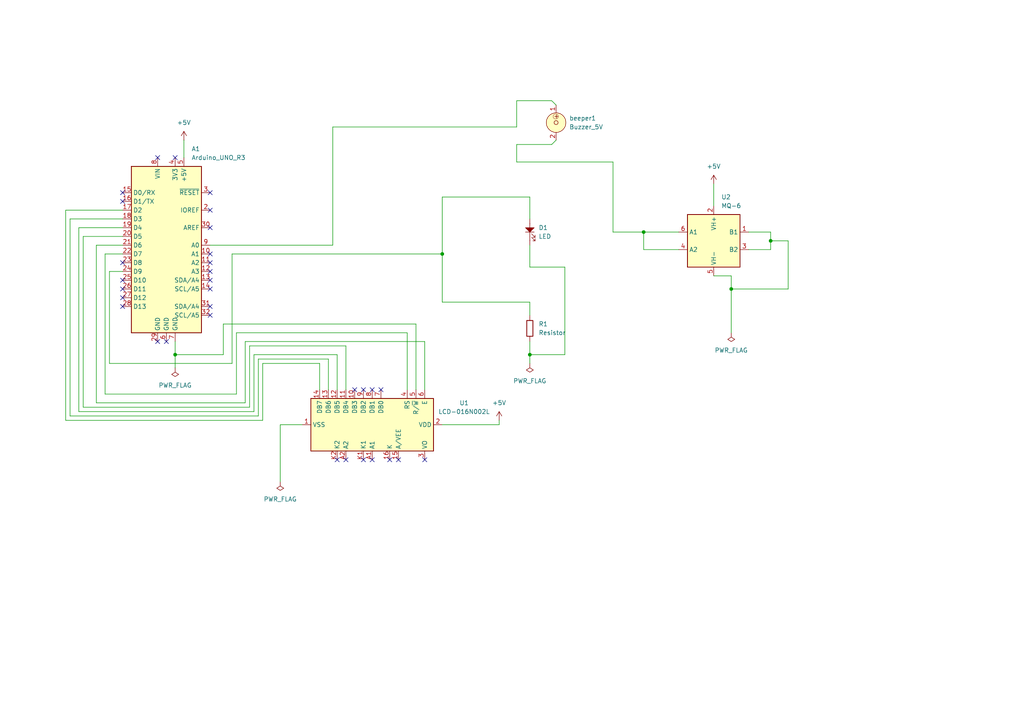
<source format=kicad_sch>
(kicad_sch
	(version 20231120)
	(generator "eeschema")
	(generator_version "8.0")
	(uuid "cbc0ee2b-28c4-4402-93f0-cf183c580e87")
	(paper "A4")
	(lib_symbols
		(symbol "Display_Character:LCD-016N002L"
			(exclude_from_sim no)
			(in_bom yes)
			(on_board yes)
			(property "Reference" "U"
				(at -6.35 18.796 0)
				(effects
					(font
						(size 1.27 1.27)
					)
				)
			)
			(property "Value" "LCD-016N002L"
				(at 8.636 18.796 0)
				(effects
					(font
						(size 1.27 1.27)
					)
				)
			)
			(property "Footprint" "Display:LCD-016N002L"
				(at 0.508 -23.368 0)
				(effects
					(font
						(size 1.27 1.27)
					)
					(hide yes)
				)
			)
			(property "Datasheet" "http://www.vishay.com/docs/37299/37299.pdf"
				(at 12.7 -7.62 0)
				(effects
					(font
						(size 1.27 1.27)
					)
					(hide yes)
				)
			)
			(property "Description" "LCD 12x2, 8 bit parallel bus, 3V or 5V VDD"
				(at 0 0 0)
				(effects
					(font
						(size 1.27 1.27)
					)
					(hide yes)
				)
			)
			(property "ki_keywords" "display LCD dot-matrix"
				(at 0 0 0)
				(effects
					(font
						(size 1.27 1.27)
					)
					(hide yes)
				)
			)
			(property "ki_fp_filters" "*LCD*016N002L*"
				(at 0 0 0)
				(effects
					(font
						(size 1.27 1.27)
					)
					(hide yes)
				)
			)
			(symbol "LCD-016N002L_1_1"
				(rectangle
					(start -7.62 17.78)
					(end 7.62 -17.78)
					(stroke
						(width 0.254)
						(type default)
					)
					(fill
						(type background)
					)
				)
				(pin power_in line
					(at 0 -20.32 90)
					(length 2.54)
					(name "VSS"
						(effects
							(font
								(size 1.27 1.27)
							)
						)
					)
					(number "1"
						(effects
							(font
								(size 1.27 1.27)
							)
						)
					)
				)
				(pin bidirectional line
					(at -10.16 -5.08 0)
					(length 2.54)
					(name "DB3"
						(effects
							(font
								(size 1.27 1.27)
							)
						)
					)
					(number "10"
						(effects
							(font
								(size 1.27 1.27)
							)
						)
					)
				)
				(pin bidirectional line
					(at -10.16 -7.62 0)
					(length 2.54)
					(name "DB4"
						(effects
							(font
								(size 1.27 1.27)
							)
						)
					)
					(number "11"
						(effects
							(font
								(size 1.27 1.27)
							)
						)
					)
				)
				(pin bidirectional line
					(at -10.16 -10.16 0)
					(length 2.54)
					(name "DB5"
						(effects
							(font
								(size 1.27 1.27)
							)
						)
					)
					(number "12"
						(effects
							(font
								(size 1.27 1.27)
							)
						)
					)
				)
				(pin bidirectional line
					(at -10.16 -12.7 0)
					(length 2.54)
					(name "DB6"
						(effects
							(font
								(size 1.27 1.27)
							)
						)
					)
					(number "13"
						(effects
							(font
								(size 1.27 1.27)
							)
						)
					)
				)
				(pin bidirectional line
					(at -10.16 -15.24 0)
					(length 2.54)
					(name "DB7"
						(effects
							(font
								(size 1.27 1.27)
							)
						)
					)
					(number "14"
						(effects
							(font
								(size 1.27 1.27)
							)
						)
					)
				)
				(pin power_in line
					(at 10.16 7.62 180)
					(length 2.54)
					(name "A/VEE"
						(effects
							(font
								(size 1.27 1.27)
							)
						)
					)
					(number "15"
						(effects
							(font
								(size 1.27 1.27)
							)
						)
					)
				)
				(pin power_in line
					(at 10.16 5.08 180)
					(length 2.54)
					(name "K"
						(effects
							(font
								(size 1.27 1.27)
							)
						)
					)
					(number "16"
						(effects
							(font
								(size 1.27 1.27)
							)
						)
					)
				)
				(pin power_in line
					(at 0 20.32 270)
					(length 2.54)
					(name "VDD"
						(effects
							(font
								(size 1.27 1.27)
							)
						)
					)
					(number "2"
						(effects
							(font
								(size 1.27 1.27)
							)
						)
					)
				)
				(pin input line
					(at 10.16 15.24 180)
					(length 2.54)
					(name "VO"
						(effects
							(font
								(size 1.27 1.27)
							)
						)
					)
					(number "3"
						(effects
							(font
								(size 1.27 1.27)
							)
						)
					)
				)
				(pin input line
					(at -10.16 10.16 0)
					(length 2.54)
					(name "RS"
						(effects
							(font
								(size 1.27 1.27)
							)
						)
					)
					(number "4"
						(effects
							(font
								(size 1.27 1.27)
							)
						)
					)
				)
				(pin input line
					(at -10.16 12.7 0)
					(length 2.54)
					(name "R/~{W}"
						(effects
							(font
								(size 1.27 1.27)
							)
						)
					)
					(number "5"
						(effects
							(font
								(size 1.27 1.27)
							)
						)
					)
				)
				(pin input line
					(at -10.16 15.24 0)
					(length 2.54)
					(name "E"
						(effects
							(font
								(size 1.27 1.27)
							)
						)
					)
					(number "6"
						(effects
							(font
								(size 1.27 1.27)
							)
						)
					)
				)
				(pin bidirectional line
					(at -10.16 2.54 0)
					(length 2.54)
					(name "DB0"
						(effects
							(font
								(size 1.27 1.27)
							)
						)
					)
					(number "7"
						(effects
							(font
								(size 1.27 1.27)
							)
						)
					)
				)
				(pin bidirectional line
					(at -10.16 0 0)
					(length 2.54)
					(name "DB1"
						(effects
							(font
								(size 1.27 1.27)
							)
						)
					)
					(number "8"
						(effects
							(font
								(size 1.27 1.27)
							)
						)
					)
				)
				(pin bidirectional line
					(at -10.16 -2.54 0)
					(length 2.54)
					(name "DB2"
						(effects
							(font
								(size 1.27 1.27)
							)
						)
					)
					(number "9"
						(effects
							(font
								(size 1.27 1.27)
							)
						)
					)
				)
				(pin power_in line
					(at 10.16 0 180)
					(length 2.54)
					(name "A1"
						(effects
							(font
								(size 1.27 1.27)
							)
						)
					)
					(number "A1"
						(effects
							(font
								(size 1.27 1.27)
							)
						)
					)
				)
				(pin power_in line
					(at 10.16 -7.62 180)
					(length 2.54)
					(name "A2"
						(effects
							(font
								(size 1.27 1.27)
							)
						)
					)
					(number "A2"
						(effects
							(font
								(size 1.27 1.27)
							)
						)
					)
				)
				(pin power_in line
					(at 10.16 -2.54 180)
					(length 2.54)
					(name "K1"
						(effects
							(font
								(size 1.27 1.27)
							)
						)
					)
					(number "K1"
						(effects
							(font
								(size 1.27 1.27)
							)
						)
					)
				)
				(pin power_in line
					(at 10.16 -10.16 180)
					(length 2.54)
					(name "K2"
						(effects
							(font
								(size 1.27 1.27)
							)
						)
					)
					(number "K2"
						(effects
							(font
								(size 1.27 1.27)
							)
						)
					)
				)
			)
		)
		(symbol "MCU_Module:Arduino_UNO_R3"
			(exclude_from_sim no)
			(in_bom yes)
			(on_board yes)
			(property "Reference" "A"
				(at -10.16 23.495 0)
				(effects
					(font
						(size 1.27 1.27)
					)
					(justify left bottom)
				)
			)
			(property "Value" "Arduino_UNO_R3"
				(at 5.08 -26.67 0)
				(effects
					(font
						(size 1.27 1.27)
					)
					(justify left top)
				)
			)
			(property "Footprint" "Module:Arduino_UNO_R3"
				(at 0 0 0)
				(effects
					(font
						(size 1.27 1.27)
						(italic yes)
					)
					(hide yes)
				)
			)
			(property "Datasheet" "https://www.arduino.cc/en/Main/arduinoBoardUno"
				(at 0 0 0)
				(effects
					(font
						(size 1.27 1.27)
					)
					(hide yes)
				)
			)
			(property "Description" "Arduino UNO Microcontroller Module, release 3"
				(at 0 0 0)
				(effects
					(font
						(size 1.27 1.27)
					)
					(hide yes)
				)
			)
			(property "ki_keywords" "Arduino UNO R3 Microcontroller Module Atmel AVR USB"
				(at 0 0 0)
				(effects
					(font
						(size 1.27 1.27)
					)
					(hide yes)
				)
			)
			(property "ki_fp_filters" "Arduino*UNO*R3*"
				(at 0 0 0)
				(effects
					(font
						(size 1.27 1.27)
					)
					(hide yes)
				)
			)
			(symbol "Arduino_UNO_R3_0_1"
				(rectangle
					(start -10.16 22.86)
					(end 10.16 -25.4)
					(stroke
						(width 0.254)
						(type default)
					)
					(fill
						(type background)
					)
				)
			)
			(symbol "Arduino_UNO_R3_1_1"
				(pin no_connect line
					(at -10.16 -20.32 0)
					(length 2.54) hide
					(name "NC"
						(effects
							(font
								(size 1.27 1.27)
							)
						)
					)
					(number "1"
						(effects
							(font
								(size 1.27 1.27)
							)
						)
					)
				)
				(pin bidirectional line
					(at 12.7 -2.54 180)
					(length 2.54)
					(name "A1"
						(effects
							(font
								(size 1.27 1.27)
							)
						)
					)
					(number "10"
						(effects
							(font
								(size 1.27 1.27)
							)
						)
					)
				)
				(pin bidirectional line
					(at 12.7 -5.08 180)
					(length 2.54)
					(name "A2"
						(effects
							(font
								(size 1.27 1.27)
							)
						)
					)
					(number "11"
						(effects
							(font
								(size 1.27 1.27)
							)
						)
					)
				)
				(pin bidirectional line
					(at 12.7 -7.62 180)
					(length 2.54)
					(name "A3"
						(effects
							(font
								(size 1.27 1.27)
							)
						)
					)
					(number "12"
						(effects
							(font
								(size 1.27 1.27)
							)
						)
					)
				)
				(pin bidirectional line
					(at 12.7 -10.16 180)
					(length 2.54)
					(name "SDA/A4"
						(effects
							(font
								(size 1.27 1.27)
							)
						)
					)
					(number "13"
						(effects
							(font
								(size 1.27 1.27)
							)
						)
					)
				)
				(pin bidirectional line
					(at 12.7 -12.7 180)
					(length 2.54)
					(name "SCL/A5"
						(effects
							(font
								(size 1.27 1.27)
							)
						)
					)
					(number "14"
						(effects
							(font
								(size 1.27 1.27)
							)
						)
					)
				)
				(pin bidirectional line
					(at -12.7 15.24 0)
					(length 2.54)
					(name "D0/RX"
						(effects
							(font
								(size 1.27 1.27)
							)
						)
					)
					(number "15"
						(effects
							(font
								(size 1.27 1.27)
							)
						)
					)
				)
				(pin bidirectional line
					(at -12.7 12.7 0)
					(length 2.54)
					(name "D1/TX"
						(effects
							(font
								(size 1.27 1.27)
							)
						)
					)
					(number "16"
						(effects
							(font
								(size 1.27 1.27)
							)
						)
					)
				)
				(pin bidirectional line
					(at -12.7 10.16 0)
					(length 2.54)
					(name "D2"
						(effects
							(font
								(size 1.27 1.27)
							)
						)
					)
					(number "17"
						(effects
							(font
								(size 1.27 1.27)
							)
						)
					)
				)
				(pin bidirectional line
					(at -12.7 7.62 0)
					(length 2.54)
					(name "D3"
						(effects
							(font
								(size 1.27 1.27)
							)
						)
					)
					(number "18"
						(effects
							(font
								(size 1.27 1.27)
							)
						)
					)
				)
				(pin bidirectional line
					(at -12.7 5.08 0)
					(length 2.54)
					(name "D4"
						(effects
							(font
								(size 1.27 1.27)
							)
						)
					)
					(number "19"
						(effects
							(font
								(size 1.27 1.27)
							)
						)
					)
				)
				(pin output line
					(at 12.7 10.16 180)
					(length 2.54)
					(name "IOREF"
						(effects
							(font
								(size 1.27 1.27)
							)
						)
					)
					(number "2"
						(effects
							(font
								(size 1.27 1.27)
							)
						)
					)
				)
				(pin bidirectional line
					(at -12.7 2.54 0)
					(length 2.54)
					(name "D5"
						(effects
							(font
								(size 1.27 1.27)
							)
						)
					)
					(number "20"
						(effects
							(font
								(size 1.27 1.27)
							)
						)
					)
				)
				(pin bidirectional line
					(at -12.7 0 0)
					(length 2.54)
					(name "D6"
						(effects
							(font
								(size 1.27 1.27)
							)
						)
					)
					(number "21"
						(effects
							(font
								(size 1.27 1.27)
							)
						)
					)
				)
				(pin bidirectional line
					(at -12.7 -2.54 0)
					(length 2.54)
					(name "D7"
						(effects
							(font
								(size 1.27 1.27)
							)
						)
					)
					(number "22"
						(effects
							(font
								(size 1.27 1.27)
							)
						)
					)
				)
				(pin bidirectional line
					(at -12.7 -5.08 0)
					(length 2.54)
					(name "D8"
						(effects
							(font
								(size 1.27 1.27)
							)
						)
					)
					(number "23"
						(effects
							(font
								(size 1.27 1.27)
							)
						)
					)
				)
				(pin bidirectional line
					(at -12.7 -7.62 0)
					(length 2.54)
					(name "D9"
						(effects
							(font
								(size 1.27 1.27)
							)
						)
					)
					(number "24"
						(effects
							(font
								(size 1.27 1.27)
							)
						)
					)
				)
				(pin bidirectional line
					(at -12.7 -10.16 0)
					(length 2.54)
					(name "D10"
						(effects
							(font
								(size 1.27 1.27)
							)
						)
					)
					(number "25"
						(effects
							(font
								(size 1.27 1.27)
							)
						)
					)
				)
				(pin bidirectional line
					(at -12.7 -12.7 0)
					(length 2.54)
					(name "D11"
						(effects
							(font
								(size 1.27 1.27)
							)
						)
					)
					(number "26"
						(effects
							(font
								(size 1.27 1.27)
							)
						)
					)
				)
				(pin bidirectional line
					(at -12.7 -15.24 0)
					(length 2.54)
					(name "D12"
						(effects
							(font
								(size 1.27 1.27)
							)
						)
					)
					(number "27"
						(effects
							(font
								(size 1.27 1.27)
							)
						)
					)
				)
				(pin bidirectional line
					(at -12.7 -17.78 0)
					(length 2.54)
					(name "D13"
						(effects
							(font
								(size 1.27 1.27)
							)
						)
					)
					(number "28"
						(effects
							(font
								(size 1.27 1.27)
							)
						)
					)
				)
				(pin power_in line
					(at -2.54 -27.94 90)
					(length 2.54)
					(name "GND"
						(effects
							(font
								(size 1.27 1.27)
							)
						)
					)
					(number "29"
						(effects
							(font
								(size 1.27 1.27)
							)
						)
					)
				)
				(pin input line
					(at 12.7 15.24 180)
					(length 2.54)
					(name "~{RESET}"
						(effects
							(font
								(size 1.27 1.27)
							)
						)
					)
					(number "3"
						(effects
							(font
								(size 1.27 1.27)
							)
						)
					)
				)
				(pin input line
					(at 12.7 5.08 180)
					(length 2.54)
					(name "AREF"
						(effects
							(font
								(size 1.27 1.27)
							)
						)
					)
					(number "30"
						(effects
							(font
								(size 1.27 1.27)
							)
						)
					)
				)
				(pin bidirectional line
					(at 12.7 -17.78 180)
					(length 2.54)
					(name "SDA/A4"
						(effects
							(font
								(size 1.27 1.27)
							)
						)
					)
					(number "31"
						(effects
							(font
								(size 1.27 1.27)
							)
						)
					)
				)
				(pin bidirectional line
					(at 12.7 -20.32 180)
					(length 2.54)
					(name "SCL/A5"
						(effects
							(font
								(size 1.27 1.27)
							)
						)
					)
					(number "32"
						(effects
							(font
								(size 1.27 1.27)
							)
						)
					)
				)
				(pin power_out line
					(at 2.54 25.4 270)
					(length 2.54)
					(name "3V3"
						(effects
							(font
								(size 1.27 1.27)
							)
						)
					)
					(number "4"
						(effects
							(font
								(size 1.27 1.27)
							)
						)
					)
				)
				(pin power_out line
					(at 5.08 25.4 270)
					(length 2.54)
					(name "+5V"
						(effects
							(font
								(size 1.27 1.27)
							)
						)
					)
					(number "5"
						(effects
							(font
								(size 1.27 1.27)
							)
						)
					)
				)
				(pin power_in line
					(at 0 -27.94 90)
					(length 2.54)
					(name "GND"
						(effects
							(font
								(size 1.27 1.27)
							)
						)
					)
					(number "6"
						(effects
							(font
								(size 1.27 1.27)
							)
						)
					)
				)
				(pin power_in line
					(at 2.54 -27.94 90)
					(length 2.54)
					(name "GND"
						(effects
							(font
								(size 1.27 1.27)
							)
						)
					)
					(number "7"
						(effects
							(font
								(size 1.27 1.27)
							)
						)
					)
				)
				(pin power_in line
					(at -2.54 25.4 270)
					(length 2.54)
					(name "VIN"
						(effects
							(font
								(size 1.27 1.27)
							)
						)
					)
					(number "8"
						(effects
							(font
								(size 1.27 1.27)
							)
						)
					)
				)
				(pin bidirectional line
					(at 12.7 0 180)
					(length 2.54)
					(name "A0"
						(effects
							(font
								(size 1.27 1.27)
							)
						)
					)
					(number "9"
						(effects
							(font
								(size 1.27 1.27)
							)
						)
					)
				)
			)
		)
		(symbol "SL_Devices:Buzzer_5V"
			(exclude_from_sim no)
			(in_bom yes)
			(on_board yes)
			(property "Reference" "BZ"
				(at 0 7.62 0)
				(effects
					(font
						(size 1.27 1.27)
					)
				)
			)
			(property "Value" "Buzzer_5V"
				(at 0 5.08 0)
				(effects
					(font
						(size 1.27 1.27)
					)
				)
			)
			(property "Footprint" "Buzzer_Beeper:MagneticBuzzer_ProSignal_ABT-410-RC"
				(at 0 10.16 0)
				(effects
					(font
						(size 1.27 1.27)
					)
					(hide yes)
				)
			)
			(property "Datasheet" ""
				(at 0 7.62 0)
				(effects
					(font
						(size 1.27 1.27)
					)
					(hide yes)
				)
			)
			(property "Description" "Buzzer 5V"
				(at 0 0 0)
				(effects
					(font
						(size 1.27 1.27)
					)
					(hide yes)
				)
			)
			(property "ki_keywords" "Buzzer Beeper"
				(at 0 0 0)
				(effects
					(font
						(size 1.27 1.27)
					)
					(hide yes)
				)
			)
			(symbol "Buzzer_5V_0_0"
				(circle
					(center -1.778 -0.127)
					(radius 0.7405)
					(stroke
						(width 0.07)
						(type default)
					)
					(fill
						(type none)
					)
				)
				(text "+"
					(at -1.778 0 0)
					(effects
						(font
							(size 1.27 1.27)
						)
					)
				)
			)
			(symbol "Buzzer_5V_0_1"
				(circle
					(center 0 0)
					(radius 0.568)
					(stroke
						(width 0)
						(type default)
					)
					(fill
						(type none)
					)
				)
				(circle
					(center 0 0)
					(radius 2.8398)
					(stroke
						(width 0)
						(type default)
					)
					(fill
						(type background)
					)
				)
			)
			(symbol "Buzzer_5V_1_1"
				(pin passive line
					(at -5.08 0 0)
					(length 2.2)
					(name ""
						(effects
							(font
								(size 1.27 1.27)
							)
						)
					)
					(number "1"
						(effects
							(font
								(size 1.27 1.27)
							)
						)
					)
				)
				(pin passive line
					(at 5.08 0 180)
					(length 2.2)
					(name ""
						(effects
							(font
								(size 1.27 1.27)
							)
						)
					)
					(number "2"
						(effects
							(font
								(size 1.27 1.27)
							)
						)
					)
				)
			)
		)
		(symbol "SL_Devices:LED"
			(exclude_from_sim no)
			(in_bom yes)
			(on_board yes)
			(property "Reference" "D"
				(at -0.508 5.334 0)
				(effects
					(font
						(size 1.27 1.27)
					)
				)
			)
			(property "Value" "LED"
				(at -0.508 2.794 0)
				(effects
					(font
						(size 1.27 1.27)
					)
				)
			)
			(property "Footprint" "LED_THT:LED_D5.0mm"
				(at -1.016 -2.794 0)
				(effects
					(font
						(size 1.27 1.27)
					)
					(hide yes)
				)
			)
			(property "Datasheet" ""
				(at -1.27 0 0)
				(effects
					(font
						(size 1.27 1.27)
					)
					(hide yes)
				)
			)
			(property "Description" "Common 5mm diameter LED"
				(at 0 0 0)
				(effects
					(font
						(size 1.27 1.27)
					)
					(hide yes)
				)
			)
			(property "ki_keywords" "LED 5mm"
				(at 0 0 0)
				(effects
					(font
						(size 1.27 1.27)
					)
					(hide yes)
				)
			)
			(property "ki_fp_filters" "LED_D5.0mm_Clear LED_D5.0mm_Horizontal_O1.27mm_Z3.0mm LED_D5.0mm_Horizontal_O3.81mm_Z3.0mm LED_D5.0mm_Horizontal_O6.35mm_Z3.0mm"
				(at 0 0 0)
				(effects
					(font
						(size 1.27 1.27)
					)
					(hide yes)
				)
			)
			(symbol "LED_0_1"
				(polyline
					(pts
						(xy -1.27 0) (xy -2.54 0)
					)
					(stroke
						(width 0)
						(type default)
					)
					(fill
						(type none)
					)
				)
				(polyline
					(pts
						(xy 0 1.27) (xy 0 -1.27)
					)
					(stroke
						(width 0)
						(type default)
					)
					(fill
						(type none)
					)
				)
				(polyline
					(pts
						(xy 0.508 0.508) (xy 1.524 1.524)
					)
					(stroke
						(width 0)
						(type default)
					)
					(fill
						(type none)
					)
				)
				(polyline
					(pts
						(xy 1.27 0) (xy 2.54 0)
					)
					(stroke
						(width 0)
						(type default)
					)
					(fill
						(type none)
					)
				)
				(polyline
					(pts
						(xy 1.524 0.508) (xy 2.54 1.524)
					)
					(stroke
						(width 0)
						(type default)
					)
					(fill
						(type none)
					)
				)
				(polyline
					(pts
						(xy 1.524 1.524) (xy 0.889 1.524)
					)
					(stroke
						(width 0)
						(type default)
					)
					(fill
						(type none)
					)
				)
				(polyline
					(pts
						(xy 1.524 1.524) (xy 1.524 0.889)
					)
					(stroke
						(width 0)
						(type default)
					)
					(fill
						(type none)
					)
				)
				(polyline
					(pts
						(xy 2.54 1.524) (xy 1.905 1.524)
					)
					(stroke
						(width 0)
						(type default)
					)
					(fill
						(type none)
					)
				)
				(polyline
					(pts
						(xy 2.54 1.524) (xy 2.54 0.889)
					)
					(stroke
						(width 0)
						(type default)
					)
					(fill
						(type none)
					)
				)
				(polyline
					(pts
						(xy 0 0) (xy -1.27 -1.27) (xy -1.27 1.27) (xy 0 0) (xy 1.27 0)
					)
					(stroke
						(width 0)
						(type default)
					)
					(fill
						(type outline)
					)
				)
			)
			(symbol "LED_1_1"
				(pin passive line
					(at 3.81 0 180)
					(length 1.5)
					(name "~"
						(effects
							(font
								(size 1.27 1.27)
							)
						)
					)
					(number "1"
						(effects
							(font
								(size 0 0)
							)
						)
					)
				)
				(pin passive line
					(at -3.81 0 0)
					(length 1.5)
					(name ""
						(effects
							(font
								(size 1.27 1.27)
							)
						)
					)
					(number "2"
						(effects
							(font
								(size 0 0)
							)
						)
					)
				)
			)
		)
		(symbol "SL_Resistors:Resistor"
			(exclude_from_sim no)
			(in_bom yes)
			(on_board yes)
			(property "Reference" "R"
				(at 0 5.08 0)
				(effects
					(font
						(size 1.27 1.27)
					)
				)
			)
			(property "Value" "Resistor"
				(at 0 2.54 0)
				(effects
					(font
						(size 1.27 1.27)
					)
				)
			)
			(property "Footprint" "Resistor_THT:R_Axial_DIN0207_L6.3mm_D2.5mm_P10.16mm_Horizontal"
				(at 0.889 -4.318 0)
				(effects
					(font
						(size 1.27 1.27)
					)
					(hide yes)
				)
			)
			(property "Datasheet" ""
				(at 0.508 0 0)
				(effects
					(font
						(size 1.27 1.27)
					)
					(hide yes)
				)
			)
			(property "Description" "1/4W Resistor"
				(at 0 0 0)
				(effects
					(font
						(size 1.27 1.27)
					)
					(hide yes)
				)
			)
			(property "ki_keywords" "Resistor"
				(at 0 0 0)
				(effects
					(font
						(size 1.27 1.27)
					)
					(hide yes)
				)
			)
			(property "ki_fp_filters" "Resistor_THT:R_Axial_DIN0207_L6.3mm_D2.5mm*"
				(at 0 0 0)
				(effects
					(font
						(size 1.27 1.27)
					)
					(hide yes)
				)
			)
			(symbol "Resistor_0_1"
				(rectangle
					(start -2.286 0.889)
					(end 2.286 -0.889)
					(stroke
						(width 0.24)
						(type default)
					)
					(fill
						(type none)
					)
				)
			)
			(symbol "Resistor_1_1"
				(pin passive line
					(at -3.81 0 0)
					(length 1.5)
					(name ""
						(effects
							(font
								(size 1.27 1.27)
							)
						)
					)
					(number "1"
						(effects
							(font
								(size 0 0)
							)
						)
					)
				)
				(pin passive line
					(at 3.81 0 180)
					(length 1.5)
					(name "~"
						(effects
							(font
								(size 1.27 1.27)
							)
						)
					)
					(number "2"
						(effects
							(font
								(size 0 0)
							)
						)
					)
				)
			)
		)
		(symbol "Sensor_Gas:MQ-6"
			(exclude_from_sim no)
			(in_bom yes)
			(on_board yes)
			(property "Reference" "U"
				(at -6.35 8.89 0)
				(effects
					(font
						(size 1.27 1.27)
					)
				)
			)
			(property "Value" "MQ-6"
				(at 3.81 8.89 0)
				(effects
					(font
						(size 1.27 1.27)
					)
				)
			)
			(property "Footprint" "Sensor:MQ-6"
				(at 1.27 -11.43 0)
				(effects
					(font
						(size 1.27 1.27)
					)
					(hide yes)
				)
			)
			(property "Datasheet" "https://www.winsen-sensor.com/d/files/semiconductor/mq-6.pdf"
				(at 0 6.35 0)
				(effects
					(font
						(size 1.27 1.27)
					)
					(hide yes)
				)
			)
			(property "Description" "Semiconductor Sensor for Flammable Gas"
				(at 0 0 0)
				(effects
					(font
						(size 1.27 1.27)
					)
					(hide yes)
				)
			)
			(property "ki_keywords" "flammable gas sensor LPG"
				(at 0 0 0)
				(effects
					(font
						(size 1.27 1.27)
					)
					(hide yes)
				)
			)
			(property "ki_fp_filters" "*MQ*6*"
				(at 0 0 0)
				(effects
					(font
						(size 1.27 1.27)
					)
					(hide yes)
				)
			)
			(symbol "MQ-6_0_1"
				(rectangle
					(start -7.62 7.62)
					(end 7.62 -7.62)
					(stroke
						(width 0.254)
						(type default)
					)
					(fill
						(type background)
					)
				)
			)
			(symbol "MQ-6_1_1"
				(pin passive line
					(at 10.16 2.54 180)
					(length 2.54)
					(name "B1"
						(effects
							(font
								(size 1.27 1.27)
							)
						)
					)
					(number "1"
						(effects
							(font
								(size 1.27 1.27)
							)
						)
					)
				)
				(pin power_in line
					(at 0 10.16 270)
					(length 2.54)
					(name "VH+"
						(effects
							(font
								(size 1.27 1.27)
							)
						)
					)
					(number "2"
						(effects
							(font
								(size 1.27 1.27)
							)
						)
					)
				)
				(pin passive line
					(at 10.16 -2.54 180)
					(length 2.54)
					(name "B2"
						(effects
							(font
								(size 1.27 1.27)
							)
						)
					)
					(number "3"
						(effects
							(font
								(size 1.27 1.27)
							)
						)
					)
				)
				(pin passive line
					(at -10.16 -2.54 0)
					(length 2.54)
					(name "A2"
						(effects
							(font
								(size 1.27 1.27)
							)
						)
					)
					(number "4"
						(effects
							(font
								(size 1.27 1.27)
							)
						)
					)
				)
				(pin power_in line
					(at 0 -10.16 90)
					(length 2.54)
					(name "VH-"
						(effects
							(font
								(size 1.27 1.27)
							)
						)
					)
					(number "5"
						(effects
							(font
								(size 1.27 1.27)
							)
						)
					)
				)
				(pin passive line
					(at -10.16 2.54 0)
					(length 2.54)
					(name "A1"
						(effects
							(font
								(size 1.27 1.27)
							)
						)
					)
					(number "6"
						(effects
							(font
								(size 1.27 1.27)
							)
						)
					)
				)
			)
		)
		(symbol "power:+5V"
			(power)
			(pin_numbers hide)
			(pin_names
				(offset 0) hide)
			(exclude_from_sim no)
			(in_bom yes)
			(on_board yes)
			(property "Reference" "#PWR"
				(at 0 -3.81 0)
				(effects
					(font
						(size 1.27 1.27)
					)
					(hide yes)
				)
			)
			(property "Value" "+5V"
				(at 0 3.556 0)
				(effects
					(font
						(size 1.27 1.27)
					)
				)
			)
			(property "Footprint" ""
				(at 0 0 0)
				(effects
					(font
						(size 1.27 1.27)
					)
					(hide yes)
				)
			)
			(property "Datasheet" ""
				(at 0 0 0)
				(effects
					(font
						(size 1.27 1.27)
					)
					(hide yes)
				)
			)
			(property "Description" "Power symbol creates a global label with name \"+5V\""
				(at 0 0 0)
				(effects
					(font
						(size 1.27 1.27)
					)
					(hide yes)
				)
			)
			(property "ki_keywords" "global power"
				(at 0 0 0)
				(effects
					(font
						(size 1.27 1.27)
					)
					(hide yes)
				)
			)
			(symbol "+5V_0_1"
				(polyline
					(pts
						(xy -0.762 1.27) (xy 0 2.54)
					)
					(stroke
						(width 0)
						(type default)
					)
					(fill
						(type none)
					)
				)
				(polyline
					(pts
						(xy 0 0) (xy 0 2.54)
					)
					(stroke
						(width 0)
						(type default)
					)
					(fill
						(type none)
					)
				)
				(polyline
					(pts
						(xy 0 2.54) (xy 0.762 1.27)
					)
					(stroke
						(width 0)
						(type default)
					)
					(fill
						(type none)
					)
				)
			)
			(symbol "+5V_1_1"
				(pin power_in line
					(at 0 0 90)
					(length 0)
					(name "~"
						(effects
							(font
								(size 1.27 1.27)
							)
						)
					)
					(number "1"
						(effects
							(font
								(size 1.27 1.27)
							)
						)
					)
				)
			)
		)
		(symbol "power:PWR_FLAG"
			(power)
			(pin_numbers hide)
			(pin_names
				(offset 0) hide)
			(exclude_from_sim no)
			(in_bom yes)
			(on_board yes)
			(property "Reference" "#FLG"
				(at 0 1.905 0)
				(effects
					(font
						(size 1.27 1.27)
					)
					(hide yes)
				)
			)
			(property "Value" "PWR_FLAG"
				(at 0 3.81 0)
				(effects
					(font
						(size 1.27 1.27)
					)
				)
			)
			(property "Footprint" ""
				(at 0 0 0)
				(effects
					(font
						(size 1.27 1.27)
					)
					(hide yes)
				)
			)
			(property "Datasheet" "~"
				(at 0 0 0)
				(effects
					(font
						(size 1.27 1.27)
					)
					(hide yes)
				)
			)
			(property "Description" "Special symbol for telling ERC where power comes from"
				(at 0 0 0)
				(effects
					(font
						(size 1.27 1.27)
					)
					(hide yes)
				)
			)
			(property "ki_keywords" "flag power"
				(at 0 0 0)
				(effects
					(font
						(size 1.27 1.27)
					)
					(hide yes)
				)
			)
			(symbol "PWR_FLAG_0_0"
				(pin power_out line
					(at 0 0 90)
					(length 0)
					(name "~"
						(effects
							(font
								(size 1.27 1.27)
							)
						)
					)
					(number "1"
						(effects
							(font
								(size 1.27 1.27)
							)
						)
					)
				)
			)
			(symbol "PWR_FLAG_0_1"
				(polyline
					(pts
						(xy 0 0) (xy 0 1.27) (xy -1.016 1.905) (xy 0 2.54) (xy 1.016 1.905) (xy 0 1.27)
					)
					(stroke
						(width 0)
						(type default)
					)
					(fill
						(type none)
					)
				)
			)
		)
	)
	(junction
		(at 186.69 67.31)
		(diameter 0)
		(color 0 0 0 0)
		(uuid "06c2107f-d349-433e-a07e-91f44050def3")
	)
	(junction
		(at 50.8 102.87)
		(diameter 0)
		(color 0 0 0 0)
		(uuid "0c020e02-d67f-42fc-94b3-e5ae7edbdf2e")
	)
	(junction
		(at 153.67 102.87)
		(diameter 0)
		(color 0 0 0 0)
		(uuid "60cb7ff0-cc58-442d-8839-05ccc502d0c5")
	)
	(junction
		(at 212.09 83.82)
		(diameter 0)
		(color 0 0 0 0)
		(uuid "8cd088a4-4869-4ddc-ab36-b3473d8c99b4")
	)
	(junction
		(at 223.52 69.85)
		(diameter 0)
		(color 0 0 0 0)
		(uuid "e6b81221-9a1c-4687-a10c-dd5783b1e212")
	)
	(junction
		(at 128.27 73.66)
		(diameter 0)
		(color 0 0 0 0)
		(uuid "f032a40d-1ad0-477b-a77d-cb8ffb069cef")
	)
	(no_connect
		(at 35.56 76.2)
		(uuid "01a1d67e-2348-40e4-9d69-192d9350b46c")
	)
	(no_connect
		(at 107.95 133.35)
		(uuid "10392152-0519-4bb6-9751-357b8fa8fbb7")
	)
	(no_connect
		(at 105.41 133.35)
		(uuid "127fb333-1346-49a3-952a-a98b159e5ca9")
	)
	(no_connect
		(at 60.96 83.82)
		(uuid "1c599235-4e8d-4abb-8c1f-f27a50cc48b1")
	)
	(no_connect
		(at 107.95 113.03)
		(uuid "220472ab-44a1-4ad4-8b12-0e4dd227fd44")
	)
	(no_connect
		(at 113.03 133.35)
		(uuid "26ceb51a-f3dd-4f8a-bc8f-570569a55ecd")
	)
	(no_connect
		(at 60.96 81.28)
		(uuid "2885fb3b-e2d1-40ac-b89e-74c25837310a")
	)
	(no_connect
		(at 115.57 133.35)
		(uuid "2ed37676-442f-4fa0-aa86-41088aa52877")
	)
	(no_connect
		(at 48.26 99.06)
		(uuid "31d9cacc-bf78-4214-9dfc-1e396def5598")
	)
	(no_connect
		(at 35.56 88.9)
		(uuid "383e5740-afee-4789-ae41-af5ab14b024a")
	)
	(no_connect
		(at 97.79 133.35)
		(uuid "47cc2575-e72b-4083-a61b-5d2fb1360820")
	)
	(no_connect
		(at 100.33 133.35)
		(uuid "4c884d8d-533a-45db-a93b-f7d6e5675db3")
	)
	(no_connect
		(at 35.56 58.42)
		(uuid "596845ec-78f2-4b8d-aa5a-8dbe3a0f366f")
	)
	(no_connect
		(at 50.8 45.72)
		(uuid "5f69c70b-0349-4633-9eb8-65262d0944b9")
	)
	(no_connect
		(at 60.96 88.9)
		(uuid "6006da33-7bd8-4fd4-be3c-4636411b8fc4")
	)
	(no_connect
		(at 60.96 55.88)
		(uuid "62d4242f-f475-45a3-92e2-47ee5fd85d4c")
	)
	(no_connect
		(at 35.56 83.82)
		(uuid "664bb6e0-be1f-4507-81db-2cb7c00c4d9b")
	)
	(no_connect
		(at 35.56 86.36)
		(uuid "6732c8eb-3175-47ae-b165-868f1423a711")
	)
	(no_connect
		(at 60.96 76.2)
		(uuid "7b79167e-e00a-475c-b458-51f0888bab2d")
	)
	(no_connect
		(at 60.96 91.44)
		(uuid "809cd072-d9e1-4728-8524-dbe32dad81e7")
	)
	(no_connect
		(at 60.96 60.96)
		(uuid "833294f8-cf7d-40f2-9033-826825443bd0")
	)
	(no_connect
		(at 105.41 113.03)
		(uuid "965a221c-20d2-4c95-b5ee-7e47cefc99f4")
	)
	(no_connect
		(at 60.96 78.74)
		(uuid "9760bcfd-1f90-4e30-88aa-359392b408d5")
	)
	(no_connect
		(at 60.96 66.04)
		(uuid "a5e5e7e3-6122-4236-b67e-75dc7277cfa5")
	)
	(no_connect
		(at 45.72 99.06)
		(uuid "aac7e9ec-deb9-4480-a2e4-84ede2b7292c")
	)
	(no_connect
		(at 45.72 45.72)
		(uuid "b2d2753b-727f-4a04-b3e3-266074026dc7")
	)
	(no_connect
		(at 110.49 113.03)
		(uuid "c35dd2cb-69c9-4c09-ba5e-a638534c03dd")
	)
	(no_connect
		(at 35.56 81.28)
		(uuid "cb1f1174-eb3b-49f1-9192-dfa3afb0f639")
	)
	(no_connect
		(at 102.87 113.03)
		(uuid "cdcf22ad-34c9-453b-aa68-fd40fe50aabd")
	)
	(no_connect
		(at 35.56 55.88)
		(uuid "e2c3970d-7aa8-4447-9e3f-22e4442f2d63")
	)
	(no_connect
		(at 123.19 133.35)
		(uuid "ff1c4335-43f9-48b3-bb09-98c206aea04f")
	)
	(no_connect
		(at 60.96 73.66)
		(uuid "ff27b2db-8188-4b77-b6f2-18f733e8ceea")
	)
	(wire
		(pts
			(xy 118.11 96.52) (xy 118.11 113.03)
		)
		(stroke
			(width 0)
			(type default)
		)
		(uuid "03dd211b-44a9-46f5-8beb-8d0def614fde")
	)
	(wire
		(pts
			(xy 223.52 69.85) (xy 223.52 72.39)
		)
		(stroke
			(width 0)
			(type default)
		)
		(uuid "041747fb-fa0b-4dc6-b051-1b3536894768")
	)
	(wire
		(pts
			(xy 149.86 46.99) (xy 177.8 46.99)
		)
		(stroke
			(width 0)
			(type default)
		)
		(uuid "0660c8a5-e7de-42bf-9c43-5a067be08f07")
	)
	(wire
		(pts
			(xy 19.05 121.92) (xy 76.2 121.92)
		)
		(stroke
			(width 0)
			(type default)
		)
		(uuid "097f1e9c-5292-4472-99e7-2e6e14ed71e8")
	)
	(wire
		(pts
			(xy 68.58 96.52) (xy 68.58 114.3)
		)
		(stroke
			(width 0)
			(type default)
		)
		(uuid "1247fe82-985e-4ba1-ab72-b006b69d2bca")
	)
	(wire
		(pts
			(xy 177.8 67.31) (xy 186.69 67.31)
		)
		(stroke
			(width 0)
			(type default)
		)
		(uuid "1285ded8-cf2f-40bc-8e08-a543863d2ba8")
	)
	(wire
		(pts
			(xy 128.27 73.66) (xy 128.27 87.63)
		)
		(stroke
			(width 0)
			(type default)
		)
		(uuid "13a167d2-3532-4e63-9cc1-7d77d2272d48")
	)
	(wire
		(pts
			(xy 212.09 83.82) (xy 212.09 96.52)
		)
		(stroke
			(width 0)
			(type default)
		)
		(uuid "19f33b77-0969-46f2-8454-4911edcaac57")
	)
	(wire
		(pts
			(xy 128.27 123.19) (xy 144.78 123.19)
		)
		(stroke
			(width 0)
			(type default)
		)
		(uuid "1e078509-e6db-47de-80e6-56378507c766")
	)
	(wire
		(pts
			(xy 22.86 66.04) (xy 35.56 66.04)
		)
		(stroke
			(width 0)
			(type default)
		)
		(uuid "2014d416-ad52-4e2b-8cf7-752a5412bbfb")
	)
	(wire
		(pts
			(xy 22.86 66.04) (xy 22.86 119.38)
		)
		(stroke
			(width 0)
			(type default)
		)
		(uuid "209773cd-9b5e-4853-8d43-97bccbb5dace")
	)
	(wire
		(pts
			(xy 149.86 41.91) (xy 160.02 41.91)
		)
		(stroke
			(width 0)
			(type default)
		)
		(uuid "20a169f5-d39d-4b3a-9d72-1fac33bbf7ff")
	)
	(wire
		(pts
			(xy 212.09 83.82) (xy 228.6 83.82)
		)
		(stroke
			(width 0)
			(type default)
		)
		(uuid "21ecab78-4a23-47ef-b1e1-5f3ed16a5c8d")
	)
	(wire
		(pts
			(xy 217.17 72.39) (xy 223.52 72.39)
		)
		(stroke
			(width 0)
			(type default)
		)
		(uuid "220c7d44-67e5-4fd9-a583-94785e615fe2")
	)
	(wire
		(pts
			(xy 207.01 80.01) (xy 212.09 80.01)
		)
		(stroke
			(width 0)
			(type default)
		)
		(uuid "259df000-3664-4f2d-ae19-a1d3a6bb66c5")
	)
	(wire
		(pts
			(xy 24.13 118.11) (xy 72.39 118.11)
		)
		(stroke
			(width 0)
			(type default)
		)
		(uuid "2aefcb69-5b48-48b0-a67c-6957648d5054")
	)
	(wire
		(pts
			(xy 31.75 105.41) (xy 67.31 105.41)
		)
		(stroke
			(width 0)
			(type default)
		)
		(uuid "32c2f89b-4c8d-4f1d-b703-ab291a122d19")
	)
	(wire
		(pts
			(xy 149.86 29.21) (xy 160.02 29.21)
		)
		(stroke
			(width 0)
			(type default)
		)
		(uuid "3421d28c-2854-4689-b4d9-4a486d44746b")
	)
	(wire
		(pts
			(xy 22.86 119.38) (xy 73.66 119.38)
		)
		(stroke
			(width 0)
			(type default)
		)
		(uuid "355083b0-13f5-4a68-980e-29c212734a4c")
	)
	(wire
		(pts
			(xy 31.75 78.74) (xy 31.75 105.41)
		)
		(stroke
			(width 0)
			(type default)
		)
		(uuid "3c6593f9-81c6-4403-b743-183036df081c")
	)
	(wire
		(pts
			(xy 153.67 102.87) (xy 153.67 99.06)
		)
		(stroke
			(width 0)
			(type default)
		)
		(uuid "3fec2e32-5ee5-4637-ad84-a5f8f3abc43d")
	)
	(wire
		(pts
			(xy 19.05 60.96) (xy 35.56 60.96)
		)
		(stroke
			(width 0)
			(type default)
		)
		(uuid "420ff894-1ce3-4d96-bc12-dd6aab0a667a")
	)
	(wire
		(pts
			(xy 153.67 105.41) (xy 153.67 102.87)
		)
		(stroke
			(width 0)
			(type default)
		)
		(uuid "4511522a-f940-4a70-ad8f-0d07dab59d74")
	)
	(wire
		(pts
			(xy 120.65 93.98) (xy 120.65 113.03)
		)
		(stroke
			(width 0)
			(type default)
		)
		(uuid "453a789a-bb3a-4752-8c7d-0e6a21b457bd")
	)
	(wire
		(pts
			(xy 186.69 67.31) (xy 196.85 67.31)
		)
		(stroke
			(width 0)
			(type default)
		)
		(uuid "46b3c0a7-b07a-49d8-999b-bd0027b6ea26")
	)
	(wire
		(pts
			(xy 71.12 99.06) (xy 123.19 99.06)
		)
		(stroke
			(width 0)
			(type default)
		)
		(uuid "4c4d277f-5c53-44aa-918d-7a79307fc45f")
	)
	(wire
		(pts
			(xy 123.19 99.06) (xy 123.19 113.03)
		)
		(stroke
			(width 0)
			(type default)
		)
		(uuid "4d900f37-b370-4004-816e-132f20399b13")
	)
	(wire
		(pts
			(xy 163.83 77.47) (xy 163.83 102.87)
		)
		(stroke
			(width 0)
			(type default)
		)
		(uuid "4df1c4d8-3951-43af-83e2-2238392c37d3")
	)
	(wire
		(pts
			(xy 149.86 29.21) (xy 149.86 36.83)
		)
		(stroke
			(width 0)
			(type default)
		)
		(uuid "4e9deefe-1bd1-4da5-895e-fb98ef4b43e2")
	)
	(wire
		(pts
			(xy 27.94 71.12) (xy 27.94 116.84)
		)
		(stroke
			(width 0)
			(type default)
		)
		(uuid "4f1b3a35-7fdc-40d0-99c3-504c6685389c")
	)
	(wire
		(pts
			(xy 223.52 67.31) (xy 223.52 69.85)
		)
		(stroke
			(width 0)
			(type default)
		)
		(uuid "4fbe4dc8-1a1b-4317-8e6d-b3efd371e15f")
	)
	(wire
		(pts
			(xy 30.48 73.66) (xy 30.48 114.3)
		)
		(stroke
			(width 0)
			(type default)
		)
		(uuid "508a0998-0d4c-4825-ad40-3c76ffed8ac3")
	)
	(wire
		(pts
			(xy 149.86 36.83) (xy 96.52 36.83)
		)
		(stroke
			(width 0)
			(type default)
		)
		(uuid "5b02c577-55d6-424e-b206-aab3bd04f06d")
	)
	(wire
		(pts
			(xy 100.33 100.33) (xy 100.33 113.03)
		)
		(stroke
			(width 0)
			(type default)
		)
		(uuid "5c834ac2-0753-466d-8913-1783921b7fce")
	)
	(wire
		(pts
			(xy 74.93 104.14) (xy 74.93 120.65)
		)
		(stroke
			(width 0)
			(type default)
		)
		(uuid "5c9cb1ac-2870-45e3-92ce-b6b786394267")
	)
	(wire
		(pts
			(xy 27.94 71.12) (xy 35.56 71.12)
		)
		(stroke
			(width 0)
			(type default)
		)
		(uuid "5cc310a5-9e4b-46b6-906e-f184bd0d72e0")
	)
	(wire
		(pts
			(xy 20.32 120.65) (xy 74.93 120.65)
		)
		(stroke
			(width 0)
			(type default)
		)
		(uuid "62712a45-146f-4e9e-9b4c-3ad68d3b8e6e")
	)
	(wire
		(pts
			(xy 24.13 68.58) (xy 35.56 68.58)
		)
		(stroke
			(width 0)
			(type default)
		)
		(uuid "675c6254-8c86-4cee-93f2-8b5ff51451ba")
	)
	(wire
		(pts
			(xy 153.67 77.47) (xy 163.83 77.47)
		)
		(stroke
			(width 0)
			(type default)
		)
		(uuid "6c5c108d-d508-4d26-9016-db8b82621c49")
	)
	(wire
		(pts
			(xy 30.48 114.3) (xy 68.58 114.3)
		)
		(stroke
			(width 0)
			(type default)
		)
		(uuid "74ad6f31-08ee-4dae-816b-5923953f69f6")
	)
	(wire
		(pts
			(xy 186.69 72.39) (xy 196.85 72.39)
		)
		(stroke
			(width 0)
			(type default)
		)
		(uuid "77b78c78-9834-4671-83a0-fad8aa77a259")
	)
	(wire
		(pts
			(xy 217.17 67.31) (xy 223.52 67.31)
		)
		(stroke
			(width 0)
			(type default)
		)
		(uuid "786d5366-a3ee-429b-a2d2-5e627e2c3cb1")
	)
	(wire
		(pts
			(xy 24.13 68.58) (xy 24.13 118.11)
		)
		(stroke
			(width 0)
			(type default)
		)
		(uuid "78c229f7-5d65-48f0-af96-a76707c5e803")
	)
	(wire
		(pts
			(xy 81.28 123.19) (xy 81.28 139.7)
		)
		(stroke
			(width 0)
			(type default)
		)
		(uuid "7947f8b0-889e-4f79-b7e7-28c943c50bfe")
	)
	(wire
		(pts
			(xy 153.67 102.87) (xy 163.83 102.87)
		)
		(stroke
			(width 0)
			(type default)
		)
		(uuid "7bbd0f7a-9764-4e26-9772-ae7e72ad5d06")
	)
	(wire
		(pts
			(xy 153.67 57.15) (xy 153.67 63.5)
		)
		(stroke
			(width 0)
			(type default)
		)
		(uuid "81e0af6c-a54d-4e08-abfc-0210cebe2203")
	)
	(wire
		(pts
			(xy 20.32 63.5) (xy 20.32 120.65)
		)
		(stroke
			(width 0)
			(type default)
		)
		(uuid "81e43ffd-8383-4e76-b68d-c5123ad72321")
	)
	(wire
		(pts
			(xy 212.09 80.01) (xy 212.09 83.82)
		)
		(stroke
			(width 0)
			(type default)
		)
		(uuid "83eeedde-95f0-45fe-b550-3448d7c8f2db")
	)
	(wire
		(pts
			(xy 228.6 69.85) (xy 228.6 83.82)
		)
		(stroke
			(width 0)
			(type default)
		)
		(uuid "8613f6ed-34f6-497b-9586-2977f9fd6f32")
	)
	(wire
		(pts
			(xy 144.78 121.92) (xy 144.78 123.19)
		)
		(stroke
			(width 0)
			(type default)
		)
		(uuid "8adc6012-2884-46ff-bb92-a3b7ae9a98b9")
	)
	(wire
		(pts
			(xy 96.52 36.83) (xy 96.52 71.12)
		)
		(stroke
			(width 0)
			(type default)
		)
		(uuid "8f7455b3-770e-4775-8df2-4f3e1c225a6c")
	)
	(wire
		(pts
			(xy 223.52 69.85) (xy 228.6 69.85)
		)
		(stroke
			(width 0)
			(type default)
		)
		(uuid "916626db-c851-4b52-941e-526b2f4329cc")
	)
	(wire
		(pts
			(xy 186.69 67.31) (xy 186.69 72.39)
		)
		(stroke
			(width 0)
			(type default)
		)
		(uuid "92dd5d0c-dbe2-4158-8967-bd72eb71ff02")
	)
	(wire
		(pts
			(xy 68.58 96.52) (xy 118.11 96.52)
		)
		(stroke
			(width 0)
			(type default)
		)
		(uuid "93e38018-5009-4a35-8361-9f4d23254a85")
	)
	(wire
		(pts
			(xy 31.75 78.74) (xy 35.56 78.74)
		)
		(stroke
			(width 0)
			(type default)
		)
		(uuid "96246156-3de1-4c85-a29a-041c59e6bdca")
	)
	(wire
		(pts
			(xy 160.02 29.21) (xy 161.29 30.48)
		)
		(stroke
			(width 0)
			(type default)
		)
		(uuid "99df18a4-b67e-48a1-9602-cedeb6265e3c")
	)
	(wire
		(pts
			(xy 27.94 116.84) (xy 71.12 116.84)
		)
		(stroke
			(width 0)
			(type default)
		)
		(uuid "9dcfdc26-f472-4056-af2a-0d95c357a76a")
	)
	(wire
		(pts
			(xy 60.96 71.12) (xy 96.52 71.12)
		)
		(stroke
			(width 0)
			(type default)
		)
		(uuid "9fc0073b-1f8a-41e3-b6b8-28bd2eca29af")
	)
	(wire
		(pts
			(xy 160.02 41.91) (xy 161.29 40.64)
		)
		(stroke
			(width 0)
			(type default)
		)
		(uuid "a20aa14b-a4c4-42d5-872d-4d872d7ffe0b")
	)
	(wire
		(pts
			(xy 64.77 93.98) (xy 120.65 93.98)
		)
		(stroke
			(width 0)
			(type default)
		)
		(uuid "a3176563-e035-4280-8b5e-da717c550778")
	)
	(wire
		(pts
			(xy 19.05 60.96) (xy 19.05 121.92)
		)
		(stroke
			(width 0)
			(type default)
		)
		(uuid "a395b799-3f8c-46f0-be60-bbb324d26f28")
	)
	(wire
		(pts
			(xy 30.48 73.66) (xy 35.56 73.66)
		)
		(stroke
			(width 0)
			(type default)
		)
		(uuid "aaa1c118-7b02-4006-8b3b-1f6f17325b3d")
	)
	(wire
		(pts
			(xy 50.8 102.87) (xy 50.8 106.68)
		)
		(stroke
			(width 0)
			(type default)
		)
		(uuid "b082886e-a7cc-43ab-834e-1a628716997d")
	)
	(wire
		(pts
			(xy 177.8 46.99) (xy 177.8 67.31)
		)
		(stroke
			(width 0)
			(type default)
		)
		(uuid "b4c8096a-8ffa-4347-8d7c-f77ebe29c68b")
	)
	(wire
		(pts
			(xy 149.86 41.91) (xy 149.86 46.99)
		)
		(stroke
			(width 0)
			(type default)
		)
		(uuid "baed5f50-949f-4a58-b94d-b660f2e9fadf")
	)
	(wire
		(pts
			(xy 128.27 57.15) (xy 153.67 57.15)
		)
		(stroke
			(width 0)
			(type default)
		)
		(uuid "c4a6eec4-aa19-4af0-bd10-79efa3f467df")
	)
	(wire
		(pts
			(xy 95.25 104.14) (xy 95.25 113.03)
		)
		(stroke
			(width 0)
			(type default)
		)
		(uuid "c5da6126-88ec-493b-b000-4c84a756dcb0")
	)
	(wire
		(pts
			(xy 72.39 100.33) (xy 72.39 118.11)
		)
		(stroke
			(width 0)
			(type default)
		)
		(uuid "c6812d98-91d9-4c51-a13f-b8a692327601")
	)
	(wire
		(pts
			(xy 67.31 73.66) (xy 128.27 73.66)
		)
		(stroke
			(width 0)
			(type default)
		)
		(uuid "c6ffebaf-6111-4f7a-b7e6-79104d6ecd8f")
	)
	(wire
		(pts
			(xy 81.28 123.19) (xy 87.63 123.19)
		)
		(stroke
			(width 0)
			(type default)
		)
		(uuid "d0c59f03-28a2-4ef1-8ce4-2c130d3b2700")
	)
	(wire
		(pts
			(xy 92.71 105.41) (xy 92.71 113.03)
		)
		(stroke
			(width 0)
			(type default)
		)
		(uuid "d43fc8fe-89f4-4b9e-bf3c-0d8409fae55c")
	)
	(wire
		(pts
			(xy 64.77 93.98) (xy 64.77 102.87)
		)
		(stroke
			(width 0)
			(type default)
		)
		(uuid "d7db654c-39bc-47c1-b103-da372581acdb")
	)
	(wire
		(pts
			(xy 53.34 40.64) (xy 53.34 45.72)
		)
		(stroke
			(width 0)
			(type default)
		)
		(uuid "d8e537eb-7ef0-452b-906b-7543d8f4a30c")
	)
	(wire
		(pts
			(xy 73.66 102.87) (xy 97.79 102.87)
		)
		(stroke
			(width 0)
			(type default)
		)
		(uuid "dc6bc40e-4c84-4120-8e2f-6c314e8f0f6f")
	)
	(wire
		(pts
			(xy 153.67 71.12) (xy 153.67 77.47)
		)
		(stroke
			(width 0)
			(type default)
		)
		(uuid "e0e764e9-029a-4629-affb-08afef15ff9a")
	)
	(wire
		(pts
			(xy 207.01 53.34) (xy 207.01 59.69)
		)
		(stroke
			(width 0)
			(type default)
		)
		(uuid "e1f342f0-e114-4f55-b213-fdf269fb1c13")
	)
	(wire
		(pts
			(xy 50.8 99.06) (xy 50.8 102.87)
		)
		(stroke
			(width 0)
			(type default)
		)
		(uuid "e23ce9ef-0333-427f-bdba-8c19134b49e6")
	)
	(wire
		(pts
			(xy 128.27 57.15) (xy 128.27 73.66)
		)
		(stroke
			(width 0)
			(type default)
		)
		(uuid "e2bf0af8-6162-4682-9bb0-eafdb63e21c3")
	)
	(wire
		(pts
			(xy 76.2 105.41) (xy 76.2 121.92)
		)
		(stroke
			(width 0)
			(type default)
		)
		(uuid "e5e25d94-ff29-4adf-b86d-aa3f07ad039f")
	)
	(wire
		(pts
			(xy 76.2 105.41) (xy 92.71 105.41)
		)
		(stroke
			(width 0)
			(type default)
		)
		(uuid "e89e49f3-f361-4122-8bea-7238adeba912")
	)
	(wire
		(pts
			(xy 20.32 63.5) (xy 35.56 63.5)
		)
		(stroke
			(width 0)
			(type default)
		)
		(uuid "ea3ef034-8155-491c-a91c-4c9ae1b6f4bf")
	)
	(wire
		(pts
			(xy 74.93 104.14) (xy 95.25 104.14)
		)
		(stroke
			(width 0)
			(type default)
		)
		(uuid "edac8af3-9d9d-4c31-9754-f0a8875b560b")
	)
	(wire
		(pts
			(xy 153.67 87.63) (xy 153.67 91.44)
		)
		(stroke
			(width 0)
			(type default)
		)
		(uuid "ee3bf4fa-d034-4a24-a775-878f6a157692")
	)
	(wire
		(pts
			(xy 71.12 99.06) (xy 71.12 116.84)
		)
		(stroke
			(width 0)
			(type default)
		)
		(uuid "ef15d24d-ad18-4f4e-8831-63d8e5e50ffa")
	)
	(wire
		(pts
			(xy 73.66 102.87) (xy 73.66 119.38)
		)
		(stroke
			(width 0)
			(type default)
		)
		(uuid "efbc632f-6f04-4f0a-a885-2096aff45bc7")
	)
	(wire
		(pts
			(xy 128.27 87.63) (xy 153.67 87.63)
		)
		(stroke
			(width 0)
			(type default)
		)
		(uuid "f0833537-28ef-4f2c-aa71-72e83ac644b4")
	)
	(wire
		(pts
			(xy 72.39 100.33) (xy 100.33 100.33)
		)
		(stroke
			(width 0)
			(type default)
		)
		(uuid "f162e5bf-4b16-43a8-919c-1686a6ac69c9")
	)
	(wire
		(pts
			(xy 97.79 102.87) (xy 97.79 113.03)
		)
		(stroke
			(width 0)
			(type default)
		)
		(uuid "f62e0917-6ba9-4807-9790-0629efad26b9")
	)
	(wire
		(pts
			(xy 67.31 73.66) (xy 67.31 105.41)
		)
		(stroke
			(width 0)
			(type default)
		)
		(uuid "fb6fc64d-17ca-43cf-89a7-11c3dd234fa7")
	)
	(wire
		(pts
			(xy 50.8 102.87) (xy 64.77 102.87)
		)
		(stroke
			(width 0)
			(type default)
		)
		(uuid "fc0b8c8a-e0c7-46ae-801b-f1b93468069c")
	)
	(symbol
		(lib_id "power:+5V")
		(at 207.01 53.34 0)
		(unit 1)
		(exclude_from_sim no)
		(in_bom yes)
		(on_board yes)
		(dnp no)
		(fields_autoplaced yes)
		(uuid "0683b6dc-3892-4bc9-88fd-71cd612106b1")
		(property "Reference" "#PWR07"
			(at 207.01 57.15 0)
			(effects
				(font
					(size 1.27 1.27)
				)
				(hide yes)
			)
		)
		(property "Value" "+5V"
			(at 207.01 48.26 0)
			(effects
				(font
					(size 1.27 1.27)
				)
			)
		)
		(property "Footprint" ""
			(at 207.01 53.34 0)
			(effects
				(font
					(size 1.27 1.27)
				)
				(hide yes)
			)
		)
		(property "Datasheet" ""
			(at 207.01 53.34 0)
			(effects
				(font
					(size 1.27 1.27)
				)
				(hide yes)
			)
		)
		(property "Description" "Power symbol creates a global label with name \"+5V\""
			(at 207.01 53.34 0)
			(effects
				(font
					(size 1.27 1.27)
				)
				(hide yes)
			)
		)
		(pin "1"
			(uuid "1e3b2dec-f394-44e4-8156-d296b512b74c")
		)
		(instances
			(project ""
				(path "/cbc0ee2b-28c4-4402-93f0-cf183c580e87"
					(reference "#PWR07")
					(unit 1)
				)
			)
		)
	)
	(symbol
		(lib_id "power:PWR_FLAG")
		(at 50.8 106.68 180)
		(unit 1)
		(exclude_from_sim no)
		(in_bom yes)
		(on_board yes)
		(dnp no)
		(fields_autoplaced yes)
		(uuid "0a385e0c-fdd9-411b-a2da-ca184e2b4fc3")
		(property "Reference" "#FLG01"
			(at 50.8 108.585 0)
			(effects
				(font
					(size 1.27 1.27)
				)
				(hide yes)
			)
		)
		(property "Value" "PWR_FLAG"
			(at 50.8 111.76 0)
			(effects
				(font
					(size 1.27 1.27)
				)
			)
		)
		(property "Footprint" ""
			(at 50.8 106.68 0)
			(effects
				(font
					(size 1.27 1.27)
				)
				(hide yes)
			)
		)
		(property "Datasheet" "~"
			(at 50.8 106.68 0)
			(effects
				(font
					(size 1.27 1.27)
				)
				(hide yes)
			)
		)
		(property "Description" "Special symbol for telling ERC where power comes from"
			(at 50.8 106.68 0)
			(effects
				(font
					(size 1.27 1.27)
				)
				(hide yes)
			)
		)
		(pin "1"
			(uuid "5c6dd088-386a-4bab-a503-615bb7623880")
		)
		(instances
			(project ""
				(path "/cbc0ee2b-28c4-4402-93f0-cf183c580e87"
					(reference "#FLG01")
					(unit 1)
				)
			)
		)
	)
	(symbol
		(lib_id "Sensor_Gas:MQ-6")
		(at 207.01 69.85 0)
		(unit 1)
		(exclude_from_sim no)
		(in_bom yes)
		(on_board yes)
		(dnp no)
		(fields_autoplaced yes)
		(uuid "16ee149a-056d-4a6f-98ce-460d37f3e4fb")
		(property "Reference" "U2"
			(at 209.2041 57.15 0)
			(effects
				(font
					(size 1.27 1.27)
				)
				(justify left)
			)
		)
		(property "Value" "MQ-6"
			(at 209.2041 59.69 0)
			(effects
				(font
					(size 1.27 1.27)
				)
				(justify left)
			)
		)
		(property "Footprint" "Sensor:MQ-6"
			(at 208.28 81.28 0)
			(effects
				(font
					(size 1.27 1.27)
				)
				(hide yes)
			)
		)
		(property "Datasheet" "https://www.winsen-sensor.com/d/files/semiconductor/mq-6.pdf"
			(at 207.01 63.5 0)
			(effects
				(font
					(size 1.27 1.27)
				)
				(hide yes)
			)
		)
		(property "Description" "Semiconductor Sensor for Flammable Gas"
			(at 207.01 69.85 0)
			(effects
				(font
					(size 1.27 1.27)
				)
				(hide yes)
			)
		)
		(pin "1"
			(uuid "7abfef97-9831-469b-9132-8537d70c44d4")
		)
		(pin "4"
			(uuid "856491aa-b6b2-4c79-b4bd-ab3a6f69fc74")
		)
		(pin "6"
			(uuid "6bec964f-530c-41d7-ba96-072514a50498")
		)
		(pin "3"
			(uuid "ccea82d9-944e-470c-ad4a-6b633ea14e60")
		)
		(pin "2"
			(uuid "a1ca1b9c-4d3c-43af-a04e-6e6f9d356d17")
		)
		(pin "5"
			(uuid "db1de8c9-7801-4b8c-9454-6cd013e6fa4b")
		)
		(instances
			(project ""
				(path "/cbc0ee2b-28c4-4402-93f0-cf183c580e87"
					(reference "U2")
					(unit 1)
				)
			)
		)
	)
	(symbol
		(lib_id "power:PWR_FLAG")
		(at 81.28 139.7 180)
		(unit 1)
		(exclude_from_sim no)
		(in_bom yes)
		(on_board yes)
		(dnp no)
		(fields_autoplaced yes)
		(uuid "295b94fc-9259-4864-af1b-7649df2e3751")
		(property "Reference" "#FLG02"
			(at 81.28 141.605 0)
			(effects
				(font
					(size 1.27 1.27)
				)
				(hide yes)
			)
		)
		(property "Value" "PWR_FLAG"
			(at 81.28 144.78 0)
			(effects
				(font
					(size 1.27 1.27)
				)
			)
		)
		(property "Footprint" ""
			(at 81.28 139.7 0)
			(effects
				(font
					(size 1.27 1.27)
				)
				(hide yes)
			)
		)
		(property "Datasheet" "~"
			(at 81.28 139.7 0)
			(effects
				(font
					(size 1.27 1.27)
				)
				(hide yes)
			)
		)
		(property "Description" "Special symbol for telling ERC where power comes from"
			(at 81.28 139.7 0)
			(effects
				(font
					(size 1.27 1.27)
				)
				(hide yes)
			)
		)
		(pin "1"
			(uuid "ab116c22-83d7-49b4-8f92-e6641bee78d5")
		)
		(instances
			(project ""
				(path "/cbc0ee2b-28c4-4402-93f0-cf183c580e87"
					(reference "#FLG02")
					(unit 1)
				)
			)
		)
	)
	(symbol
		(lib_id "power:+5V")
		(at 144.78 121.92 0)
		(unit 1)
		(exclude_from_sim no)
		(in_bom yes)
		(on_board yes)
		(dnp no)
		(fields_autoplaced yes)
		(uuid "3506516c-df68-4fae-a0d2-ae6ae5d3bac6")
		(property "Reference" "#PWR06"
			(at 144.78 125.73 0)
			(effects
				(font
					(size 1.27 1.27)
				)
				(hide yes)
			)
		)
		(property "Value" "+5V"
			(at 144.78 116.84 0)
			(effects
				(font
					(size 1.27 1.27)
				)
			)
		)
		(property "Footprint" ""
			(at 144.78 121.92 0)
			(effects
				(font
					(size 1.27 1.27)
				)
				(hide yes)
			)
		)
		(property "Datasheet" ""
			(at 144.78 121.92 0)
			(effects
				(font
					(size 1.27 1.27)
				)
				(hide yes)
			)
		)
		(property "Description" "Power symbol creates a global label with name \"+5V\""
			(at 144.78 121.92 0)
			(effects
				(font
					(size 1.27 1.27)
				)
				(hide yes)
			)
		)
		(pin "1"
			(uuid "f77e1d62-193e-4bdb-aec4-4cd557febc84")
		)
		(instances
			(project ""
				(path "/cbc0ee2b-28c4-4402-93f0-cf183c580e87"
					(reference "#PWR06")
					(unit 1)
				)
			)
		)
	)
	(symbol
		(lib_id "Display_Character:LCD-016N002L")
		(at 107.95 123.19 270)
		(unit 1)
		(exclude_from_sim no)
		(in_bom yes)
		(on_board yes)
		(dnp no)
		(fields_autoplaced yes)
		(uuid "5e06c96c-2bd4-4724-82e2-107197f7f986")
		(property "Reference" "U1"
			(at 134.62 116.8714 90)
			(effects
				(font
					(size 1.27 1.27)
				)
			)
		)
		(property "Value" "LCD-016N002L"
			(at 134.62 119.4114 90)
			(effects
				(font
					(size 1.27 1.27)
				)
			)
		)
		(property "Footprint" "Display:LCD-016N002L"
			(at 84.582 123.698 0)
			(effects
				(font
					(size 1.27 1.27)
				)
				(hide yes)
			)
		)
		(property "Datasheet" "http://www.vishay.com/docs/37299/37299.pdf"
			(at 100.33 135.89 0)
			(effects
				(font
					(size 1.27 1.27)
				)
				(hide yes)
			)
		)
		(property "Description" "LCD 12x2, 8 bit parallel bus, 3V or 5V VDD"
			(at 107.95 123.19 0)
			(effects
				(font
					(size 1.27 1.27)
				)
				(hide yes)
			)
		)
		(pin "10"
			(uuid "3e98c172-351b-422c-a380-d884762c70cd")
		)
		(pin "5"
			(uuid "8bd9ad1f-45d2-48e2-a37d-285292be6e50")
		)
		(pin "6"
			(uuid "5d37ab17-4574-49c2-8bc9-0987846adab5")
		)
		(pin "8"
			(uuid "b95528dc-1086-4fb7-b40c-5f4028c487d7")
		)
		(pin "15"
			(uuid "cc5d20f8-e896-4d55-83c5-8c61d5472a2e")
		)
		(pin "3"
			(uuid "1024003e-cc9c-48a8-8f5d-80c9f9b0af12")
		)
		(pin "13"
			(uuid "fc03f6b6-43ec-4be0-a085-d72c3b7eedef")
		)
		(pin "2"
			(uuid "e589e00f-5e5a-453f-84e6-f7a5687f93f7")
		)
		(pin "K1"
			(uuid "98dcc1b5-8268-4d8b-845c-ed902697c195")
		)
		(pin "16"
			(uuid "fc65adef-697d-4114-883b-39c83ce2a411")
		)
		(pin "12"
			(uuid "fe2bacae-c924-4723-9fcc-b263f6b181f3")
		)
		(pin "1"
			(uuid "77fc0522-60e1-4dba-88f1-b504bfe3ac81")
		)
		(pin "9"
			(uuid "4bf6df97-49d4-4947-8df9-69f959746860")
		)
		(pin "14"
			(uuid "1b791d1a-4c49-422a-8f67-7c3c79e8ccaf")
		)
		(pin "4"
			(uuid "4527516e-9099-4f5a-b8b7-02edb48b8511")
		)
		(pin "7"
			(uuid "6aa7e522-d252-4e74-b3c6-92541987d8d4")
		)
		(pin "K2"
			(uuid "e95ed79d-e0fe-451c-8666-56d86281b130")
		)
		(pin "A1"
			(uuid "d4b86bca-d93f-4b0c-b66e-73f3179b44c3")
		)
		(pin "11"
			(uuid "fd2037bb-c70f-4081-afee-0ef2e9d8bac9")
		)
		(pin "A2"
			(uuid "c41797c3-7f80-44f6-8e58-a0d606d1d92e")
		)
		(instances
			(project ""
				(path "/cbc0ee2b-28c4-4402-93f0-cf183c580e87"
					(reference "U1")
					(unit 1)
				)
			)
		)
	)
	(symbol
		(lib_id "SL_Devices:LED")
		(at 153.67 67.31 270)
		(unit 1)
		(exclude_from_sim no)
		(in_bom yes)
		(on_board yes)
		(dnp no)
		(fields_autoplaced yes)
		(uuid "811f70c7-70f0-46d0-b398-49f70f180a90")
		(property "Reference" "D1"
			(at 156.21 66.0399 90)
			(effects
				(font
					(size 1.27 1.27)
				)
				(justify left)
			)
		)
		(property "Value" "LED"
			(at 156.21 68.5799 90)
			(effects
				(font
					(size 1.27 1.27)
				)
				(justify left)
			)
		)
		(property "Footprint" "LED_THT:LED_D5.0mm"
			(at 150.876 66.294 0)
			(effects
				(font
					(size 1.27 1.27)
				)
				(hide yes)
			)
		)
		(property "Datasheet" ""
			(at 153.67 66.04 0)
			(effects
				(font
					(size 1.27 1.27)
				)
				(hide yes)
			)
		)
		(property "Description" "Common 5mm diameter LED"
			(at 153.67 67.31 0)
			(effects
				(font
					(size 1.27 1.27)
				)
				(hide yes)
			)
		)
		(pin "2"
			(uuid "03d0463c-7d80-4ca5-976d-2b0db2b406eb")
		)
		(pin "1"
			(uuid "c816620f-da08-468d-a2e6-4c7ef64f2dcd")
		)
		(instances
			(project ""
				(path "/cbc0ee2b-28c4-4402-93f0-cf183c580e87"
					(reference "D1")
					(unit 1)
				)
			)
		)
	)
	(symbol
		(lib_id "power:PWR_FLAG")
		(at 212.09 96.52 180)
		(unit 1)
		(exclude_from_sim no)
		(in_bom yes)
		(on_board yes)
		(dnp no)
		(fields_autoplaced yes)
		(uuid "90b51645-a5d1-47c0-8b05-a81cc56327e7")
		(property "Reference" "#FLG03"
			(at 212.09 98.425 0)
			(effects
				(font
					(size 1.27 1.27)
				)
				(hide yes)
			)
		)
		(property "Value" "PWR_FLAG"
			(at 212.09 101.6 0)
			(effects
				(font
					(size 1.27 1.27)
				)
			)
		)
		(property "Footprint" ""
			(at 212.09 96.52 0)
			(effects
				(font
					(size 1.27 1.27)
				)
				(hide yes)
			)
		)
		(property "Datasheet" "~"
			(at 212.09 96.52 0)
			(effects
				(font
					(size 1.27 1.27)
				)
				(hide yes)
			)
		)
		(property "Description" "Special symbol for telling ERC where power comes from"
			(at 212.09 96.52 0)
			(effects
				(font
					(size 1.27 1.27)
				)
				(hide yes)
			)
		)
		(pin "1"
			(uuid "b2bdfc10-1dad-414c-a00e-b80c0e3097c4")
		)
		(instances
			(project ""
				(path "/cbc0ee2b-28c4-4402-93f0-cf183c580e87"
					(reference "#FLG03")
					(unit 1)
				)
			)
		)
	)
	(symbol
		(lib_id "SL_Devices:Buzzer_5V")
		(at 161.29 35.56 270)
		(unit 1)
		(exclude_from_sim no)
		(in_bom yes)
		(on_board yes)
		(dnp no)
		(fields_autoplaced yes)
		(uuid "aadb1e4f-6a4c-4b45-b4b4-4b4bc68cc3dd")
		(property "Reference" "beeper1"
			(at 165.1 34.2899 90)
			(effects
				(font
					(size 1.27 1.27)
				)
				(justify left)
			)
		)
		(property "Value" "Buzzer_5V"
			(at 165.1 36.8299 90)
			(effects
				(font
					(size 1.27 1.27)
				)
				(justify left)
			)
		)
		(property "Footprint" "Buzzer_Beeper:MagneticBuzzer_ProSignal_ABT-410-RC"
			(at 171.45 35.56 0)
			(effects
				(font
					(size 1.27 1.27)
				)
				(hide yes)
			)
		)
		(property "Datasheet" ""
			(at 168.91 35.56 0)
			(effects
				(font
					(size 1.27 1.27)
				)
				(hide yes)
			)
		)
		(property "Description" "Buzzer 5V"
			(at 161.29 35.56 0)
			(effects
				(font
					(size 1.27 1.27)
				)
				(hide yes)
			)
		)
		(pin "1"
			(uuid "d07c306c-75ee-46a7-8276-9520b3f722c8")
		)
		(pin "2"
			(uuid "1b4655a0-0113-443c-84d1-492b34a640e2")
		)
		(instances
			(project ""
				(path "/cbc0ee2b-28c4-4402-93f0-cf183c580e87"
					(reference "beeper1")
					(unit 1)
				)
			)
		)
	)
	(symbol
		(lib_id "MCU_Module:Arduino_UNO_R3")
		(at 48.26 71.12 0)
		(unit 1)
		(exclude_from_sim no)
		(in_bom yes)
		(on_board yes)
		(dnp no)
		(fields_autoplaced yes)
		(uuid "b69c39e6-999f-4299-bacb-9fc9f3c530d5")
		(property "Reference" "A1"
			(at 55.5341 43.18 0)
			(effects
				(font
					(size 1.27 1.27)
				)
				(justify left)
			)
		)
		(property "Value" "Arduino_UNO_R3"
			(at 55.5341 45.72 0)
			(effects
				(font
					(size 1.27 1.27)
				)
				(justify left)
			)
		)
		(property "Footprint" "Module:Arduino_UNO_R3"
			(at 48.26 71.12 0)
			(effects
				(font
					(size 1.27 1.27)
					(italic yes)
				)
				(hide yes)
			)
		)
		(property "Datasheet" "https://www.arduino.cc/en/Main/arduinoBoardUno"
			(at 48.26 71.12 0)
			(effects
				(font
					(size 1.27 1.27)
				)
				(hide yes)
			)
		)
		(property "Description" "Arduino UNO Microcontroller Module, release 3"
			(at 48.26 71.12 0)
			(effects
				(font
					(size 1.27 1.27)
				)
				(hide yes)
			)
		)
		(pin "1"
			(uuid "d859f283-ce4c-4bf4-bb9c-0b664ea780d6")
		)
		(pin "11"
			(uuid "1c5c5e55-3b5f-485d-9e40-9655f7d6c199")
		)
		(pin "24"
			(uuid "eb5ba8bc-40ab-4022-ad4f-0589f1ee7229")
		)
		(pin "26"
			(uuid "67b3ae14-8d97-49f7-99fe-59cb5d3811f6")
		)
		(pin "14"
			(uuid "5cf00b0a-0214-432f-a64f-21f9e0db425b")
		)
		(pin "6"
			(uuid "ef48b6ae-dd0c-4b93-91a8-03b9e58d1a94")
		)
		(pin "9"
			(uuid "81852692-2625-4ca7-848c-9c89f189c3ec")
		)
		(pin "4"
			(uuid "3ab2ca37-344f-4b06-98ad-11c7982bbdfe")
		)
		(pin "25"
			(uuid "3647571f-dd1d-43ad-b277-548eebf9ba70")
		)
		(pin "22"
			(uuid "4e52ea5e-39a9-43f4-bd25-699303e9f49b")
		)
		(pin "19"
			(uuid "b515a969-518c-4955-8b5a-5c75d729e925")
		)
		(pin "16"
			(uuid "0ec8b3de-404c-40ca-8de4-0f65444f1ee4")
		)
		(pin "27"
			(uuid "51d2bd28-2b5b-4ea9-9ffa-4f2250005cc9")
		)
		(pin "13"
			(uuid "7ff35d76-c922-40d0-8863-54a61f13a2e7")
		)
		(pin "30"
			(uuid "61b99217-ef3a-44da-bed3-22162ac1e9b8")
		)
		(pin "31"
			(uuid "2109c264-b65a-4ea8-93ef-c881d4bdcec6")
		)
		(pin "5"
			(uuid "a715cc80-b009-425c-9caa-9f09124b0120")
		)
		(pin "2"
			(uuid "f52ae524-8d10-452a-9f50-2e15b1c1152d")
		)
		(pin "21"
			(uuid "f751835c-680c-468a-ac28-6d6c33f75c50")
		)
		(pin "18"
			(uuid "dec157cb-19f1-44d8-a2fd-438a0126b142")
		)
		(pin "29"
			(uuid "169342d1-030a-4cc7-8469-72b17ec13479")
		)
		(pin "32"
			(uuid "09ef8539-e989-432a-b10c-a9539d96eefe")
		)
		(pin "17"
			(uuid "0b9a33fa-63e6-4c68-8449-594d89b2a9f9")
		)
		(pin "10"
			(uuid "5b593dc2-0e6b-4842-991e-0ef3274b134d")
		)
		(pin "7"
			(uuid "b7d373aa-fa68-471a-957b-f2672c8a5090")
		)
		(pin "8"
			(uuid "832c963e-a4e8-47d6-be0f-8af961aaae72")
		)
		(pin "20"
			(uuid "e6093ab9-07f6-4c0b-81e0-b7b48a47a8f9")
		)
		(pin "12"
			(uuid "20650be2-0153-45d5-8be4-1c045490be60")
		)
		(pin "15"
			(uuid "be35db1b-07f8-4aa1-ae42-4c9589a86f38")
		)
		(pin "23"
			(uuid "67e9362e-52ce-44bd-b457-fefdcd8e9cda")
		)
		(pin "28"
			(uuid "79857896-fe64-402e-9ebc-fa1c2ed17116")
		)
		(pin "3"
			(uuid "c1a26401-c77a-46d0-9ba5-bd4b30cda27c")
		)
		(instances
			(project ""
				(path "/cbc0ee2b-28c4-4402-93f0-cf183c580e87"
					(reference "A1")
					(unit 1)
				)
			)
		)
	)
	(symbol
		(lib_id "SL_Resistors:Resistor")
		(at 153.67 95.25 90)
		(unit 1)
		(exclude_from_sim no)
		(in_bom yes)
		(on_board yes)
		(dnp no)
		(fields_autoplaced yes)
		(uuid "ca603e17-e9e7-43cc-812c-cd66a4e08711")
		(property "Reference" "R1"
			(at 156.21 93.9799 90)
			(effects
				(font
					(size 1.27 1.27)
				)
				(justify right)
			)
		)
		(property "Value" "Resistor"
			(at 156.21 96.5199 90)
			(effects
				(font
					(size 1.27 1.27)
				)
				(justify right)
			)
		)
		(property "Footprint" "Resistor_THT:R_Axial_DIN0207_L6.3mm_D2.5mm_P10.16mm_Horizontal"
			(at 157.988 94.361 0)
			(effects
				(font
					(size 1.27 1.27)
				)
				(hide yes)
			)
		)
		(property "Datasheet" ""
			(at 153.67 94.742 0)
			(effects
				(font
					(size 1.27 1.27)
				)
				(hide yes)
			)
		)
		(property "Description" "1/4W Resistor"
			(at 153.67 95.25 0)
			(effects
				(font
					(size 1.27 1.27)
				)
				(hide yes)
			)
		)
		(pin "2"
			(uuid "4335181d-2f43-463d-9094-08021e6e1a88")
		)
		(pin "1"
			(uuid "45b9e6cd-933b-4006-b638-a770731c33eb")
		)
		(instances
			(project ""
				(path "/cbc0ee2b-28c4-4402-93f0-cf183c580e87"
					(reference "R1")
					(unit 1)
				)
			)
		)
	)
	(symbol
		(lib_id "power:+5V")
		(at 53.34 40.64 0)
		(unit 1)
		(exclude_from_sim no)
		(in_bom yes)
		(on_board yes)
		(dnp no)
		(fields_autoplaced yes)
		(uuid "ce975e72-c07e-4cc9-bace-31c3130c7108")
		(property "Reference" "#PWR03"
			(at 53.34 44.45 0)
			(effects
				(font
					(size 1.27 1.27)
				)
				(hide yes)
			)
		)
		(property "Value" "+5V"
			(at 53.34 35.56 0)
			(effects
				(font
					(size 1.27 1.27)
				)
			)
		)
		(property "Footprint" ""
			(at 53.34 40.64 0)
			(effects
				(font
					(size 1.27 1.27)
				)
				(hide yes)
			)
		)
		(property "Datasheet" ""
			(at 53.34 40.64 0)
			(effects
				(font
					(size 1.27 1.27)
				)
				(hide yes)
			)
		)
		(property "Description" "Power symbol creates a global label with name \"+5V\""
			(at 53.34 40.64 0)
			(effects
				(font
					(size 1.27 1.27)
				)
				(hide yes)
			)
		)
		(pin "1"
			(uuid "a8ed3976-515b-4dad-b996-6060781b7b4d")
		)
		(instances
			(project ""
				(path "/cbc0ee2b-28c4-4402-93f0-cf183c580e87"
					(reference "#PWR03")
					(unit 1)
				)
			)
		)
	)
	(symbol
		(lib_id "power:PWR_FLAG")
		(at 153.67 105.41 180)
		(unit 1)
		(exclude_from_sim no)
		(in_bom yes)
		(on_board yes)
		(dnp no)
		(fields_autoplaced yes)
		(uuid "f9da702b-e583-47de-b944-709999d01e68")
		(property "Reference" "#FLG04"
			(at 153.67 107.315 0)
			(effects
				(font
					(size 1.27 1.27)
				)
				(hide yes)
			)
		)
		(property "Value" "PWR_FLAG"
			(at 153.67 110.49 0)
			(effects
				(font
					(size 1.27 1.27)
				)
			)
		)
		(property "Footprint" ""
			(at 153.67 105.41 0)
			(effects
				(font
					(size 1.27 1.27)
				)
				(hide yes)
			)
		)
		(property "Datasheet" "~"
			(at 153.67 105.41 0)
			(effects
				(font
					(size 1.27 1.27)
				)
				(hide yes)
			)
		)
		(property "Description" "Special symbol for telling ERC where power comes from"
			(at 153.67 105.41 0)
			(effects
				(font
					(size 1.27 1.27)
				)
				(hide yes)
			)
		)
		(pin "1"
			(uuid "07f7e6c2-ff78-4b3b-81d6-3faa63db354e")
		)
		(instances
			(project ""
				(path "/cbc0ee2b-28c4-4402-93f0-cf183c580e87"
					(reference "#FLG04")
					(unit 1)
				)
			)
		)
	)
	(sheet_instances
		(path "/"
			(page "1")
		)
	)
)

</source>
